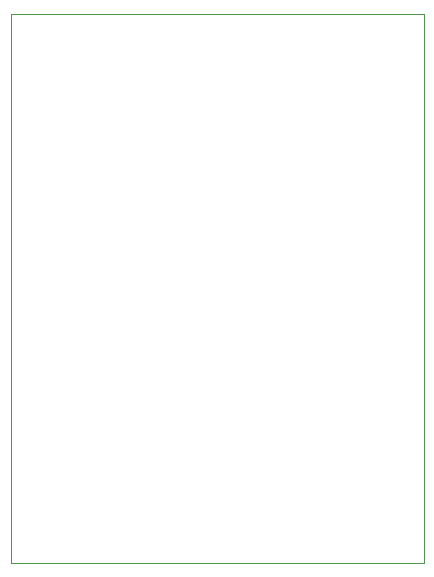
<source format=gbr>
%TF.GenerationSoftware,KiCad,Pcbnew,8.0.6*%
%TF.CreationDate,2024-10-28T18:17:33-04:00*%
%TF.ProjectId,polulu_motor,706f6c75-6c75-45f6-9d6f-746f722e6b69,rev?*%
%TF.SameCoordinates,Original*%
%TF.FileFunction,Profile,NP*%
%FSLAX46Y46*%
G04 Gerber Fmt 4.6, Leading zero omitted, Abs format (unit mm)*
G04 Created by KiCad (PCBNEW 8.0.6) date 2024-10-28 18:17:33*
%MOMM*%
%LPD*%
G01*
G04 APERTURE LIST*
%TA.AperFunction,Profile*%
%ADD10C,0.050000*%
%TD*%
G04 APERTURE END LIST*
D10*
X115500000Y-45500000D02*
X150500000Y-45500000D01*
X150500000Y-92000000D01*
X115500000Y-92000000D01*
X115500000Y-45500000D01*
M02*

</source>
